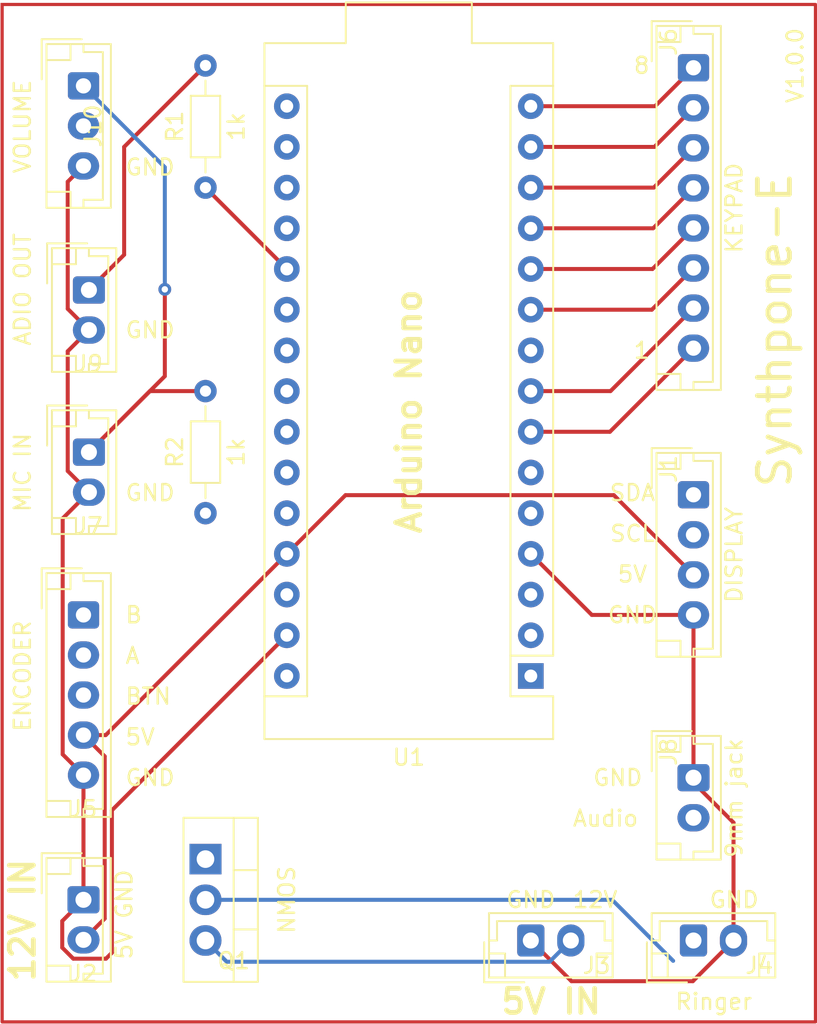
<source format=kicad_pcb>
(kicad_pcb (version 20211014) (generator pcbnew)
  (layers (0 "F.Cu" signal) (31 "B.Cu" signal) (34 "B.Paste" user) (35 "F.Paste" user) (36 "B.SilkS" user "B.Silkscreen") (37 "F.SilkS" user "F.Silkscreen") (38 "B.Mask" user) (39 "F.Mask" user) (44 "Edge.Cuts" user))
  (net 0 "")
  (net 1 "RINGER_OUT")
  (net 2 "DRAIN")
  (net 3 "12V")
  (net 4 "GND")
  (net 5 "DISPLAY_SDA")
  (net 6 "DISPLAY_SCL")
  (net 7 "5V")
  (net 8 "ENCODER_B")
  (net 9 "ENCODER_A")
  (net 10 "ENCODER_BTN")
  (net 11 "MIC_OUT_2")
  (net 12 "AUDIO_OUT")
  (net 13 "keypad_C3_8")
  (net 14 "keypad_R3_7")
  (net 15 "keypad_R4_6")
  (net 16 "keypad_XX_5")
  (net 17 "keypad_C2_4")
  (net 18 "keypad_C1_3")
  (net 19 "keypad_R2_2")
  (net 20 "keypad_R1_1")
  (net 21 "Net-(R1-Pad1)")
  (net 32 "VCC")
  (net 34 "AMP_IN")
  (footprint "Connector_JST:JST_EH_B2B-EH-A_1x02_P2.50mm_Vertical" (layer "F.Cu") (at 109.22 104.14)
    (fp_text reference "J3" (at 4.11 1.56 180) (layer "F.SilkS"))
    (fp_text value "power_in")
    (fp_line (start -2.61 2.31) (end 5.11 2.31) (layer "F.SilkS") (width 0.12))
    (fp_line (start -2.11 -1.21) (end 4.61 -1.21) (layer "F.SilkS") (width 0.12))
    (fp_line (start -2.11 0) (end -2.11 -1.21) (layer "F.SilkS") (width 0.12))
    (fp_line (start 4.61 -1.21) (end 4.61 0) (layer "F.SilkS") (width 0.12))
    (fp_line (start 4.61 0) (end 5.11 0) (layer "F.SilkS") (width 0.12))
    (fp_line (start 5.11 -1.71) (end -2.61 -1.71) (layer "F.SilkS") (width 0.12))
    (fp_line (start -2.91 0.11) (end -2.91 2.61) (layer "F.SilkS") (width 0.12))
    (fp_line (start -1.61 0.81) (end -1.61 2.31) (layer "F.SilkS") (width 0.12))
    (fp_line (start -2.61 -1.71) (end -2.61 2.31) (layer "F.SilkS") (width 0.12))
    (fp_line (start 5.11 0.81) (end 4.11 0.81) (layer "F.SilkS") (width 0.12))
    (fp_line (start 4.11 0.81) (end 4.11 2.31) (layer "F.SilkS") (width 0.12))
    (fp_line (start -2.61 0) (end -2.11 0) (layer "F.SilkS") (width 0.12))
    (fp_line (start -2.61 0.81) (end -1.61 0.81) (layer "F.SilkS") (width 0.12))
    (fp_line (start 5.11 2.31) (end 5.11 -1.71) (layer "F.SilkS") (width 0.12))
    (fp_line (start -2.91 2.61) (end -0.41 2.61) (layer "F.SilkS") (width 0.12))
    (pad "1" thru_hole roundrect (at 0 0) (size 1.7 2) (drill 1) (layers *.Cu *.Mask) (roundrect_rratio 0.147059) (net 4 "GND"))
    (pad "2" thru_hole oval (at 2.5 0) (size 1.7 2) (drill 1) (layers *.Cu *.Mask) (net 3 "12V"))
  )
  (footprint "Connector_JST:JST_EH_B5B-EH-A_1x05_P2.50mm_Vertical" (layer "F.Cu") (at 81.28 83.82 -90)
    (fp_text reference "J5" (at 12.11 0) (layer "F.SilkS"))
    (fp_text value "ENCODER_HEADER")
    (fp_line (start -2.11 0) (end -2.11 -1.21) (layer "F.SilkS") (width 0.12))
    (fp_line (start 12.11 0) (end 12.61 0) (layer "F.SilkS") (width 0.12))
    (fp_line (start -1.61 0.81) (end -1.61 2.31) (layer "F.SilkS") (width 0.12))
    (fp_line (start -2.91 0.11) (end -2.91 2.61) (layer "F.SilkS") (width 0.12))
    (fp_line (start 12.61 2.31) (end 12.61 -1.71) (layer "F.SilkS") (width 0.12))
    (fp_line (start -2.61 0) (end -2.11 0) (layer "F.SilkS") (width 0.12))
    (fp_line (start -2.91 2.61) (end -0.41 2.61) (layer "F.SilkS") (width 0.12))
    (fp_line (start 12.11 -1.21) (end 12.11 0) (layer "F.SilkS") (width 0.12))
    (fp_line (start -2.11 -1.21) (end 12.11 -1.21) (layer "F.SilkS") (width 0.12))
    (fp_line (start 12.61 -1.71) (end -2.61 -1.71) (layer "F.SilkS") (width 0.12))
    (fp_line (start 11.61 0.81) (end 11.61 2.31) (layer "F.SilkS") (width 0.12))
    (fp_line (start 12.61 0.81) (end 11.61 0.81) (layer "F.SilkS") (width 0.12))
    (fp_line (start -2.61 -1.71) (end -2.61 2.31) (layer "F.SilkS") (width 0.12))
    (fp_line (start -2.61 2.31) (end 12.61 2.31) (layer "F.SilkS") (width 0.12))
    (fp_line (start -2.61 0.81) (end -1.61 0.81) (layer "F.SilkS") (width 0.12))
    (pad "1" thru_hole roundrect (at 0 0 270) (size 1.7 1.95) (drill 0.95) (layers *.Cu *.Mask) (roundrect_rratio 0.147059) (net 8 "ENCODER_B"))
    (pad "2" thru_hole oval (at 2.5 0 270) (size 1.7 1.95) (drill 0.95) (layers *.Cu *.Mask) (net 9 "ENCODER_A"))
    (pad "3" thru_hole oval (at 5 0 270) (size 1.7 1.95) (drill 0.95) (layers *.Cu *.Mask) (net 10 "ENCODER_BTN"))
    (pad "4" thru_hole oval (at 7.5 0 270) (size 1.7 1.95) (drill 0.95) (layers *.Cu *.Mask) (net 7 "5V"))
    (pad "5" thru_hole oval (at 10 0 270) (size 1.7 1.95) (drill 0.95) (layers *.Cu *.Mask) (net 4 "GND"))
  )
  (footprint "Connector_JST:JST_EH_B2B-EH-A_1x02_P2.50mm_Vertical" (layer "F.Cu") (at 81.28 101.6 -90)
    (fp_text reference "J2" (at 4.61 0 180) (layer "F.SilkS"))
    (fp_text value "power_in")
    (fp_line (start 5.11 -1.71) (end -2.61 -1.71) (layer "F.SilkS") (width 0.12))
    (fp_line (start 5.11 2.31) (end 5.11 -1.71) (layer "F.SilkS") (width 0.12))
    (fp_line (start -2.11 0) (end -2.11 -1.21) (layer "F.SilkS") (width 0.12))
    (fp_line (start -2.61 0.81) (end -1.61 0.81) (layer "F.SilkS") (width 0.12))
    (fp_line (start -2.11 -1.21) (end 4.61 -1.21) (layer "F.SilkS") (width 0.12))
    (fp_line (start -2.91 0.11) (end -2.91 2.61) (layer "F.SilkS") (width 0.12))
    (fp_line (start -2.61 0) (end -2.11 0) (layer "F.SilkS") (width 0.12))
    (fp_line (start -2.91 2.61) (end -0.41 2.61) (layer "F.SilkS") (width 0.12))
    (fp_line (start -1.61 0.81) (end -1.61 2.31) (layer "F.SilkS") (width 0.12))
    (fp_line (start -2.61 2.31) (end 5.11 2.31) (layer "F.SilkS") (width 0.12))
    (fp_line (start 4.61 -1.21) (end 4.61 0) (layer "F.SilkS") (width 0.12))
    (fp_line (start 4.61 0) (end 5.11 0) (layer "F.SilkS") (width 0.12))
    (fp_line (start 4.11 0.81) (end 4.11 2.31) (layer "F.SilkS") (width 0.12))
    (fp_line (start 5.11 0.81) (end 4.11 0.81) (layer "F.SilkS") (width 0.12))
    (fp_line (start -2.61 -1.71) (end -2.61 2.31) (layer "F.SilkS") (width 0.12))
    (pad "1" thru_hole roundrect (at 0 0 270) (size 1.7 2) (drill 1) (layers *.Cu *.Mask) (roundrect_rratio 0.147059) (net 4 "GND"))
    (pad "2" thru_hole oval (at 2.5 0 270) (size 1.7 2) (drill 1) (layers *.Cu *.Mask) (net 7 "5V"))
  )
  (footprint "Connector_JST:JST_EH_B2B-EH-A_1x02_P2.50mm_Vertical" (layer "F.Cu") (at 81.62 63.54 -90)
    (fp_text reference "J9" (at 4.61 0 180) (layer "F.SilkS"))
    (fp_text value "AUDIO_HEADER")
    (fp_line (start -1.61 0.81) (end -1.61 2.31) (layer "F.SilkS") (width 0.12))
    (fp_line (start -2.11 -1.21) (end 4.61 -1.21) (layer "F.SilkS") (width 0.12))
    (fp_line (start 4.61 0) (end 5.11 0) (layer "F.SilkS") (width 0.12))
    (fp_line (start 4.11 0.81) (end 4.11 2.31) (layer "F.SilkS") (width 0.12))
    (fp_line (start 5.11 2.31) (end 5.11 -1.71) (layer "F.SilkS") (width 0.12))
    (fp_line (start -2.91 0.11) (end -2.91 2.61) (layer "F.SilkS") (width 0.12))
    (fp_line (start -2.61 0) (end -2.11 0) (layer "F.SilkS") (width 0.12))
    (fp_line (start -2.61 -1.71) (end -2.61 2.31) (layer "F.SilkS") (width 0.12))
    (fp_line (start -2.11 0) (end -2.11 -1.21) (layer "F.SilkS") (width 0.12))
    (fp_line (start 5.11 0.81) (end 4.11 0.81) (layer "F.SilkS") (width 0.12))
    (fp_line (start -2.61 2.31) (end 5.11 2.31) (layer "F.SilkS") (width 0.12))
    (fp_line (start 4.61 -1.21) (end 4.61 0) (layer "F.SilkS") (width 0.12))
    (fp_line (start -2.61 0.81) (end -1.61 0.81) (layer "F.SilkS") (width 0.12))
    (fp_line (start -2.91 2.61) (end -0.41 2.61) (layer "F.SilkS") (width 0.12))
    (fp_line (start 5.11 -1.71) (end -2.61 -1.71) (layer "F.SilkS") (width 0.12))
    (pad "1" thru_hole roundrect (at 0 0 270) (size 1.7 2) (drill 1) (layers *.Cu *.Mask) (roundrect_rratio 0.147059) (net 12 "AUDIO_OUT"))
    (pad "2" thru_hole oval (at 2.5 0 270) (size 1.7 2) (drill 1) (layers *.Cu *.Mask) (net 4 "GND"))
  )
  (footprint "Resistor_THT:R_Axial_DIN0204_L3.6mm_D1.6mm_P7.62mm_Horizontal" (layer "F.Cu") (at 88.9 77.47 90)
    (fp_text reference "R2" (at 3.81 -1.92 90) (layer "F.SilkS"))
    (fp_text value "1k" (at 3.81 1.92 90) (layer "F.SilkS"))
    (fp_line (start 5.73 -0.92) (end 1.89 -0.92) (layer "F.SilkS") (width 0.12))
    (fp_line (start 0.94 0) (end 1.89 0) (layer "F.SilkS") (width 0.12))
    (fp_line (start 1.89 -0.92) (end 1.89 0.92) (layer "F.SilkS") (width 0.12))
    (fp_line (start 1.89 0.92) (end 5.73 0.92) (layer "F.SilkS") (width 0.12))
    (fp_line (start 6.68 0) (end 5.73 0) (layer "F.SilkS") (width 0.12))
    (fp_line (start 5.73 0.92) (end 5.73 -0.92) (layer "F.SilkS") (width 0.12))
    (pad "1" thru_hole circle (at 0 0 90) (size 1.4 1.4) (drill 0.7) (layers *.Cu *.Mask) (net 12 "AUDIO_OUT"))
    (pad "2" thru_hole oval (at 7.62 0 90) (size 1.4 1.4) (drill 0.7) (layers *.Cu *.Mask) (net 11 "MIC_OUT_2"))
  )
  (footprint "Connector_JST:JST_EH_B8B-EH-A_1x08_P2.50mm_Vertical" (layer "F.Cu") (at 119.38 49.67 -90)
    (fp_text reference "J6" (at -1.61 1.56 90) (layer "F.SilkS"))
    (fp_text value "KEYPAD_HEADER")
    (fp_line (start 19.61 0) (end 20.11 0) (layer "F.SilkS") (width 0.12))
    (fp_line (start -2.11 0) (end -2.11 -1.21) (layer "F.SilkS") (width 0.12))
    (fp_line (start -2.61 -1.71) (end -2.61 2.31) (layer "F.SilkS") (width 0.12))
    (fp_line (start -2.11 -1.21) (end 19.61 -1.21) (layer "F.SilkS") (width 0.12))
    (fp_line (start 19.61 -1.21) (end 19.61 0) (layer "F.SilkS") (width 0.12))
    (fp_line (start -2.61 0) (end -2.11 0) (layer "F.SilkS") (width 0.12))
    (fp_line (start 19.11 0.81) (end 19.11 2.31) (layer "F.SilkS") (width 0.12))
    (fp_line (start -2.61 2.31) (end 20.11 2.31) (layer "F.SilkS") (width 0.12))
    (fp_line (start -2.91 0.11) (end -2.91 2.61) (layer "F.SilkS") (width 0.12))
    (fp_line (start -2.61 0.81) (end -1.61 0.81) (layer "F.SilkS") (width 0.12))
    (fp_line (start 20.11 0.81) (end 19.11 0.81) (layer "F.SilkS") (width 0.12))
    (fp_line (start 20.11 -1.71) (end -2.61 -1.71) (layer "F.SilkS") (width 0.12))
    (fp_line (start 20.11 2.31) (end 20.11 -1.71) (layer "F.SilkS") (width 0.12))
    (fp_line (start -1.61 0.81) (end -1.61 2.31) (layer "F.SilkS") (width 0.12))
    (fp_line (start -2.91 2.61) (end -0.41 2.61) (layer "F.SilkS") (width 0.12))
    (pad "1" thru_hole roundrect (at 0 0 270) (size 1.7 1.95) (drill 0.95) (layers *.Cu *.Mask) (roundrect_rratio 0.147059) (net 13 "keypad_C3_8"))
    (pad "2" thru_hole oval (at 2.5 0 270) (size 1.7 1.95) (drill 0.95) (layers *.Cu *.Mask) (net 14 "keypad_R3_7"))
    (pad "3" thru_hole oval (at 5 0 270) (size 1.7 1.95) (drill 0.95) (layers *.Cu *.Mask) (net 15 "keypad_R4_6"))
    (pad "4" thru_hole oval (at 7.5 0 270) (size 1.7 1.95) (drill 0.95) (layers *.Cu *.Mask) (net 16 "keypad_XX_5"))
    (pad "5" thru_hole oval (at 10 0 270) (size 1.7 1.95) (drill 0.95) (layers *.Cu *.Mask) (net 17 "keypad_C2_4"))
    (pad "6" thru_hole oval (at 12.5 0 270) (size 1.7 1.95) (drill 0.95) (layers *.Cu *.Mask) (net 18 "keypad_C1_3"))
    (pad "7" thru_hole oval (at 15 0 270) (size 1.7 1.95) (drill 0.95) (layers *.Cu *.Mask) (net 19 "keypad_R2_2"))
    (pad "8" thru_hole oval (at 17.5 0 270) (size 1.7 1.95) (drill 0.95) (layers *.Cu *.Mask) (net 20 "keypad_R1_1"))
  )
  (footprint "Connector_JST:JST_EH_B2B-EH-A_1x02_P2.50mm_Vertical" (layer "F.Cu") (at 119.38 104.14)
    (fp_text reference "J4" (at 4.11 1.56) (layer "F.SilkS"))
    (fp_text value "RINGER_HEADER")
    (fp_line (start -2.61 2.31) (end 5.11 2.31) (layer "F.SilkS") (width 0.12))
    (fp_line (start -2.91 0.11) (end -2.91 2.61) (layer "F.SilkS") (width 0.12))
    (fp_line (start -2.91 2.61) (end -0.41 2.61) (layer "F.SilkS") (width 0.12))
    (fp_line (start 4.11 0.81) (end 4.11 2.31) (layer "F.SilkS") (width 0.12))
    (fp_line (start -2.61 0) (end -2.11 0) (layer "F.SilkS") (width 0.12))
    (fp_line (start 5.11 0.81) (end 4.11 0.81) (layer "F.SilkS") (width 0.12))
    (fp_line (start 5.11 -1.71) (end -2.61 -1.71) (layer "F.SilkS") (width 0.12))
    (fp_line (start -1.61 0.81) (end -1.61 2.31) (layer "F.SilkS") (width 0.12))
    (fp_line (start -2.61 0.81) (end -1.61 0.81) (layer "F.SilkS") (width 0.12))
    (fp_line (start -2.61 -1.71) (end -2.61 2.31) (layer "F.SilkS") (width 0.12))
    (fp_line (start -2.11 0) (end -2.11 -1.21) (layer "F.SilkS") (width 0.12))
    (fp_line (start 4.61 0) (end 5.11 0) (layer "F.SilkS") (width 0.12))
    (fp_line (start 5.11 2.31) (end 5.11 -1.71) (layer "F.SilkS") (width 0.12))
    (fp_line (start -2.11 -1.21) (end 4.61 -1.21) (layer "F.SilkS") (width 0.12))
    (fp_line (start 4.61 -1.21) (end 4.61 0) (layer "F.SilkS") (width 0.12))
    (pad "1" thru_hole roundrect (at 0 0) (size 1.7 2) (drill 1) (layers *.Cu *.Mask) (roundrect_rratio 0.147059) (net 2 "DRAIN"))
    (pad "2" thru_hole oval (at 2.5 0) (size 1.7 2) (drill 1) (layers *.Cu *.Mask) (net 4 "GND"))
  )
  (footprint "Connector_JST:JST_EH_B3B-EH-A_1x03_P2.50mm_Vertical" (layer "F.Cu") (at 81.28 50.8 -90)
    (fp_text reference "J10" (at 2.5 -0.6 90) (layer "F.SilkS"))
    (fp_text value "Potentiometer")
    (fp_line (start 7.61 -1.71) (end -2.61 -1.71) (layer "F.SilkS") (width 0.12))
    (fp_line (start 7.11 -1.21) (end 7.11 0) (layer "F.SilkS") (width 0.12))
    (fp_line (start 7.61 2.31) (end 7.61 -1.71) (layer "F.SilkS") (width 0.12))
    (fp_line (start -2.91 2.61) (end -0.41 2.61) (layer "F.SilkS") (width 0.12))
    (fp_line (start 7.11 0) (end 7.61 0) (layer "F.SilkS") (width 0.12))
    (fp_line (start -2.61 -1.71) (end -2.61 2.31) (layer "F.SilkS") (width 0.12))
    (fp_line (start -2.91 0.11) (end -2.91 2.61) (layer "F.SilkS") (width 0.12))
    (fp_line (start -1.61 0.81) (end -1.61 2.31) (layer "F.SilkS") (width 0.12))
    (fp_line (start 7.61 0.81) (end 6.61 0.81) (layer "F.SilkS") (width 0.12))
    (fp_line (start -2.61 2.31) (end 7.61 2.31) (layer "F.SilkS") (width 0.12))
    (fp_line (start -2.61 0) (end -2.11 0) (layer "F.SilkS") (width 0.12))
    (fp_line (start -2.11 0) (end -2.11 -1.21) (layer "F.SilkS") (width 0.12))
    (fp_line (start -2.61 0.81) (end -1.61 0.81) (layer "F.SilkS") (width 0.12))
    (fp_line (start 6.61 0.81) (end 6.61 2.31) (layer "F.SilkS") (width 0.12))
    (fp_line (start -2.11 -1.21) (end 7.11 -1.21) (layer "F.SilkS") (width 0.12))
    (pad "1" thru_hole roundrect (at 0 0 270) (size 1.7 1.95) (drill 0.95) (layers *.Cu *.Mask) (roundrect_rratio 0.147059) (net 11 "MIC_OUT_2"))
    (pad "2" thru_hole oval (at 2.5 0 270) (size 1.7 1.95) (drill 0.95) (layers *.Cu *.Mask) (net 34 "AMP_IN"))
    (pad "3" thru_hole oval (at 5 0 270) (size 1.7 1.95) (drill 0.95) (layers *.Cu *.Mask) (net 4 "GND"))
  )
  (footprint "Connector_JST:JST_EH_B2B-EH-A_1x02_P2.50mm_Vertical" (layer "F.Cu") (at 119.38 93.98 -90)
    (fp_text reference "J8" (at -1.61 1.56 90) (layer "F.SilkS"))
    (fp_text value "9MM_HEADER")
    (fp_line (start -1.61 0.81) (end -1.61 2.31) (layer "F.SilkS") (width 0.12))
    (fp_line (start -2.91 0.11) (end -2.91 2.61) (layer "F.SilkS") (width 0.12))
    (fp_line (start 5.11 0.81) (end 4.11 0.81) (layer "F.SilkS") (width 0.12))
    (fp_line (start -2.61 0) (end -2.11 0) (layer "F.SilkS") (width 0.12))
    (fp_line (start -2.61 -1.71) (end -2.61 2.31) (layer "F.SilkS") (width 0.12))
    (fp_line (start 5.11 -1.71) (end -2.61 -1.71) (layer "F.SilkS") (width 0.12))
    (fp_line (start -2.61 2.31) (end 5.11 2.31) (layer "F.SilkS") (width 0.12))
    (fp_line (start 4.61 -1.21) (end 4.61 0) (layer "F.SilkS") (width 0.12))
    (fp_line (start -2.91 2.61) (end -0.41 2.61) (layer "F.SilkS") (width 0.12))
    (fp_line (start -2.11 -1.21) (end 4.61 -1.21) (layer "F.SilkS") (width 0.12))
    (fp_line (start 4.61 0) (end 5.11 0) (layer "F.SilkS") (width 0.12))
    (fp_line (start -2.11 0) (end -2.11 -1.21) (layer "F.SilkS") (width 0.12))
    (fp_line (start 4.11 0.81) (end 4.11 2.31) (layer "F.SilkS") (width 0.12))
    (fp_line (start 5.11 2.31) (end 5.11 -1.71) (layer "F.SilkS") (width 0.12))
    (fp_line (start -2.61 0.81) (end -1.61 0.81) (layer "F.SilkS") (width 0.12))
    (pad "1" thru_hole roundrect (at 0 0 270) (size 1.7 2) (drill 1) (layers *.Cu *.Mask) (roundrect_rratio 0.147059) (net 4 "GND"))
    (pad "2" thru_hole oval (at 2.5 0 270) (size 1.7 2) (drill 1) (layers *.Cu *.Mask) (net 12 "AUDIO_OUT"))
  )
  (footprint "Connector_JST:JST_EH_B2B-EH-A_1x02_P2.50mm_Vertical" (layer "F.Cu") (at 81.62 73.66 -90)
    (fp_text reference "J7" (at 4.61 0 180) (layer "F.SilkS"))
    (fp_text value "MIC_HEADER")
    (fp_line (start 4.61 -1.21) (end 4.61 0) (layer "F.SilkS") (width 0.12))
    (fp_line (start 4.11 0.81) (end 4.11 2.31) (layer "F.SilkS") (width 0.12))
    (fp_line (start -2.61 2.31) (end 5.11 2.31) (layer "F.SilkS") (width 0.12))
    (fp_line (start 5.11 0.81) (end 4.11 0.81) (layer "F.SilkS") (width 0.12))
    (fp_line (start -2.61 0) (end -2.11 0) (layer "F.SilkS") (width 0.12))
    (fp_line (start -1.61 0.81) (end -1.61 2.31) (layer "F.SilkS") (width 0.12))
    (fp_line (start -2.11 -1.21) (end 4.61 -1.21) (layer "F.SilkS") (width 0.12))
    (fp_line (start -2.91 0.11) (end -2.91 2.61) (layer "F.SilkS") (width 0.12))
    (fp_line (start 4.61 0) (end 5.11 0) (layer "F.SilkS") (width 0.12))
    (fp_line (start 5.11 2.31) (end 5.11 -1.71) (layer "F.SilkS") (width 0.12))
    (fp_line (start -2.61 -1.71) (end -2.61 2.31) (layer "F.SilkS") (width 0.12))
    (fp_line (start -2.91 2.61) (end -0.41 2.61) (layer "F.SilkS") (width 0.12))
    (fp_line (start 5.11 -1.71) (end -2.61 -1.71) (layer "F.SilkS") (width 0.12))
    (fp_line (start -2.61 0.81) (end -1.61 0.81) (layer "F.SilkS") (width 0.12))
    (fp_line (start -2.11 0) (end -2.11 -1.21) (layer "F.SilkS") (width 0.12))
    (pad "1" thru_hole roundrect (at 0 0 270) (size 1.7 2) (drill 1) (layers *.Cu *.Mask) (roundrect_rratio 0.147059) (net 11 "MIC_OUT_2"))
    (pad "2" thru_hole oval (at 2.5 0 270) (size 1.7 2) (drill 1) (layers *.Cu *.Mask) (net 4 "GND"))
  )
  (footprint "Package_TO_SOT_THT:TO-220-3_Vertical" (layer "F.Cu") (at 88.9 99.06 -90)
    (fp_text reference "Q1" (at 6.35 -1.76 180) (layer "F.SilkS"))
    (fp_text value "IRLB8721PBF")
    (fp_line (start -2.58 1.371) (end 7.66 1.371) (layer "F.SilkS") (width 0.12))
    (fp_line (start -2.58 -3.27) (end 7.66 -3.27) (layer "F.SilkS") (width 0.12))
    (fp_line (start -2.58 -3.27) (end -2.58 1.371) (layer "F.SilkS") (width 0.12))
    (fp_line (start 4.391 -3.27) (end 4.391 -1.76) (layer "F.SilkS") (width 0.12))
    (fp_line (start -2.58 -1.76) (end 7.66 -1.76) (layer "F.SilkS") (width 0.12))
    (fp_line (start 0.69 -3.27) (end 0.69 -1.76) (layer "F.SilkS") (width 0.12))
    (fp_line (start 7.66 -3.27) (end 7.66 1.371) (layer "F.SilkS") (width 0.12))
    (pad "1" thru_hole rect (at 0 0 270) (size 1.905 2) (drill 1.1) (layers *.Cu *.Mask) (net 1 "RINGER_OUT"))
    (pad "2" thru_hole oval (at 2.54 0 270) (size 1.905 2) (drill 1.1) (layers *.Cu *.Mask) (net 2 "DRAIN"))
    (pad "3" thru_hole oval (at 5.08 0 270) (size 1.905 2) (drill 1.1) (layers *.Cu *.Mask) (net 3 "12V"))
  )
  (footprint "Resistor_THT:R_Axial_DIN0204_L3.6mm_D1.6mm_P7.62mm_Horizontal" (layer "F.Cu") (at 88.9 57.15 90)
    (fp_text reference "R1" (at 3.81 -1.92 90) (layer "F.SilkS"))
    (fp_text value "1k" (at 3.81 1.92 90) (layer "F.SilkS"))
    (fp_line (start 5.73 0.92) (end 5.73 -0.92) (layer "F.SilkS") (width 0.12))
    (fp_line (start 1.89 -0.92) (end 1.89 0.92) (layer "F.SilkS") (width 0.12))
    (fp_line (start 1.89 0.92) (end 5.73 0.92) (layer "F.SilkS") (width 0.12))
    (fp_line (start 5.73 -0.92) (end 1.89 -0.92) (layer "F.SilkS") (width 0.12))
    (fp_line (start 6.68 0) (end 5.73 0) (layer "F.SilkS") (width 0.12))
    (fp_line (start 0.94 0) (end 1.89 0) (layer "F.SilkS") (width 0.12))
    (pad "1" thru_hole circle (at 0 0 90) (size 1.4 1.4) (drill 0.7) (layers *.Cu *.Mask) (net 21 "Net-(R1-Pad1)"))
    (pad "2" thru_hole oval (at 7.62 0 90) (size 1.4 1.4) (drill 0.7) (layers *.Cu *.Mask) (net 12 "AUDIO_OUT"))
  )
  (footprint "Connector_JST:JST_EH_B4B-EH-A_1x04_P2.50mm_Vertical" (layer "F.Cu") (at 119.38 76.32 -90)
    (fp_text reference "J1" (at -1.61 1.56 90) (layer "F.SilkS"))
    (fp_text value "display_headers")
    (fp_line (start -2.61 2.31) (end 10.11 2.31) (layer "F.SilkS") (width 0.12))
    (fp_line (start 10.11 0.81) (end 9.11 0.81) (layer "F.SilkS") (width 0.12))
    (fp_line (start -2.11 -1.21) (end 9.61 -1.21) (layer "F.SilkS") (width 0.12))
    (fp_line (start -2.91 0.11) (end -2.91 2.61) (layer "F.SilkS") (width 0.12))
    (fp_line (start 9.11 0.81) (end 9.11 2.31) (layer "F.SilkS") (width 0.12))
    (fp_line (start 10.11 2.31) (end 10.11 -1.71) (layer "F.SilkS") (width 0.12))
    (fp_line (start -2.91 2.61) (end -0.41 2.61) (layer "F.SilkS") (width 0.12))
    (fp_line (start -2.61 -1.71) (end -2.61 2.31) (layer "F.SilkS") (width 0.12))
    (fp_line (start -2.61 0) (end -2.11 0) (layer "F.SilkS") (width 0.12))
    (fp_line (start 9.61 -1.21) (end 9.61 0) (layer "F.SilkS") (width 0.12))
    (fp_line (start -1.61 0.81) (end -1.61 2.31) (layer "F.SilkS") (width 0.12))
    (fp_line (start -2.11 0) (end -2.11 -1.21) (layer "F.SilkS") (width 0.12))
    (fp_line (start 10.11 -1.71) (end -2.61 -1.71) (layer "F.SilkS") (width 0.12))
    (fp_line (start -2.61 0.81) (end -1.61 0.81) (layer "F.SilkS") (width 0.12))
    (fp_line (start 9.61 0) (end 10.11 0) (layer "F.SilkS") (width 0.12))
    (pad "1" thru_hole roundrect (at 0 0 270) (size 1.7 1.95) (drill 0.95) (layers *.Cu *.Mask) (roundrect_rratio 0.147059) (net 5 "DISPLAY_SDA"))
    (pad "2" thru_hole oval (at 2.5 0 270) (size 1.7 1.95) (drill 0.95) (layers *.Cu *.Mask) (net 6 "DISPLAY_SCL"))
    (pad "3" thru_hole oval (at 5 0 270) (size 1.7 1.95) (drill 0.95) (layers *.Cu *.Mask) (net 7 "5V"))
    (pad "4" thru_hole oval (at 7.5 0 270) (size 1.7 1.95) (drill 0.95) (layers *.Cu *.Mask) (net 4 "GND"))
  )
  (footprint "Arduino:Arduino_Nano" (layer "F.Cu") (at 109.22 87.63 180)
    (fp_text reference "U1" (at 7.62 -5.08) (layer "F.SilkS"))
    (fp_text value "Arduino_Nano")
    (fp_line (start 13.97 -1.27) (end 16.64 -1.27) (layer "F.SilkS") (width 0.12))
    (fp_line (start 1.27 36.83) (end -1.4 36.83) (layer "F.SilkS") (width 0.12))
    (fp_line (start 3.683 42.037) (end 3.683 39.497) (layer "F.SilkS") (width 0.12))
    (fp_line (start -1.397 -3.937) (end -1.397 -1.27) (layer "F.SilkS") (width 0.12))
    (fp_line (start 11.557 39.497) (end 16.637 39.497) (layer "F.SilkS") (width 0.12))
    (fp_line (start 1.27 1.27) (end 1.27 36.83) (layer "F.SilkS") (width 0.12))
    (fp_line (start 13.97 -1.27) (end 13.97 36.83) (layer "F.SilkS") (width 0.12))
    (fp_line (start 1.27 1.27) (end -1.397 1.27) (layer "F.SilkS") (width 0.12))
    (fp_line (start 1.27 -1.27) (end -1.397 -1.27) (layer "F.SilkS") (width 0.12))
    (fp_line (start 16.637 -3.937) (end -1.397 -3.937) (layer "F.SilkS") (width 0.12))
    (fp_line (start 11.557 42.037) (end 11.557 39.497) (layer "F.SilkS") (width 0.12))
    (fp_line (start -1.397 1.27) (end -1.397 39.497) (layer "F.SilkS") (width 0.12))
    (fp_line (start 3.683 42.037) (end 11.557 42.037) (layer "F.SilkS") (width 0.12))
    (fp_line (start 16.637 39.497) (end 16.637 -3.937) (layer "F.SilkS") (width 0.12))
    (fp_line (start 1.27 1.27) (end 1.27 -1.27) (layer "F.SilkS") (width 0.12))
    (fp_line (start -1.397 39.497) (end 3.683 39.497) (layer "F.SilkS") (width 0.12))
    (fp_line (start 13.97 36.83) (end 16.64 36.83) (layer "F.SilkS") (width 0.12))
    (pad "1" thru_hole rect locked (at 0 0 180) (size 1.6 1.6) (drill 0.8) (layers *.Cu *.Mask))
    (pad "2" thru_hole oval locked (at 0 2.54 180) (size 1.6 1.6) (drill 0.8) (layers *.Cu *.Mask))
    (pad "3" thru_hole oval locked (at 0 5.08 180) (size 1.6 1.6) (drill 0.8) (layers *.Cu *.Mask))
    (pad "4" thru_hole oval locked (at 0 7.62 180) (size 1.6 1.6) (drill 0.8) (layers *.Cu *.Mask) (net 4 "GND"))
    (pad "5" thru_hole oval locked (at 0 10.16 180) (size 1.6 1.6) (drill 0.8) (layers *.Cu *.Mask) (net 9 "ENCODER_A"))
    (pad "6" thru_hole oval locked (at 0 12.7 180) (size 1.6 1.6) (drill 0.8) (layers *.Cu *.Mask) (net 8 "ENCODER_B"))
    (pad "7" thru_hole oval locked (at 0 15.24 180) (size 1.6 1.6) (drill 0.8) (layers *.Cu *.Mask) (net 20 "keypad_R1_1"))
    (pad "8" thru_hole oval locked (at 0 17.78 180) (size 1.6 1.6) (drill 0.8) (layers *.Cu *.Mask) (net 19 "keypad_R2_2"))
    (pad "9" thru_hole oval locked (at 0 20.32 180) (size 1.6 1.6) (drill 0.8) (layers *.Cu *.Mask) (net 1 "RINGER_OUT"))
    (pad "10" thru_hole oval locked (at 0 22.86 180) (size 1.6 1.6) (drill 0.8) (layers *.Cu *.Mask) (net 18 "keypad_C1_3"))
    (pad "11" thru_hole oval locked (at 0 25.4 180) (size 1.6 1.6) (drill 0.8) (layers *.Cu *.Mask) (net 17 "keypad_C2_4"))
    (pad "12" thru_hole oval locked (at 0 27.94 180) (size 1.6 1.6) (drill 0.8) (layers *.Cu *.Mask) (net 16 "keypad_XX_5"))
    (pad "13" thru_hole oval locked (at 0 30.48 180) (size 1.6 1.6) (drill 0.8) (layers *.Cu *.Mask) (net 15 "keypad_R4_6"))
    (pad "14" thru_hole oval locked (at 0 33.02 180) (size 1.6 1.6) (drill 0.8) (layers *.Cu *.Mask) (net 14 "keypad_R3_7"))
    (pad "15" thru_hole oval locked (at 0 35.56 180) (size 1.6 1.6) (drill 0.8) (layers *.Cu *.Mask) (net 13 "keypad_C3_8"))
    (pad "16" thru_hole oval locked (at 15.24 35.56 180) (size 1.6 1.6) (drill 0.8) (layers *.Cu *.Mask))
    (pad "17" thru_hole oval locked (at 15.24 33.02 180) (size 1.6 1.6) (drill 0.8) (layers *.Cu *.Mask))
    (pad "18" thru_hole oval locked (at 15.24 30.48 180) (size 1.6 1.6) (drill 0.8) (layers *.Cu *.Mask))
    (pad "19" thru_hole oval locked (at 15.24 27.94 180) (size 1.6 1.6) (drill 0.8) (layers *.Cu *.Mask))
    (pad "20" thru_hole oval locked (at 15.24 25.4 180) (size 1.6 1.6) (drill 0.8) (layers *.Cu *.Mask) (net 21 "Net-(R1-Pad1)"))
    (pad "21" thru_hole oval locked (at 15.24 22.86 180) (size 1.6 1.6) (drill 0.8) (layers *.Cu *.Mask))
    (pad "22" thru_hole oval locked (at 15.24 20.32 180) (size 1.6 1.6) (drill 0.8) (layers *.Cu *.Mask) (net 10 "ENCODER_BTN"))
    (pad "23" thru_hole oval locked (at 15.24 17.78 180) (size 1.6 1.6) (drill 0.8) (layers *.Cu *.Mask) (net 5 "DISPLAY_SDA"))
    (pad "24" thru_hole oval locked (at 15.24 15.24 180) (size 1.6 1.6) (drill 0.8) (layers *.Cu *.Mask) (net 6 "DISPLAY_SCL"))
    (pad "25" thru_hole oval locked (at 15.24 12.7 180) (size 1.6 1.6) (drill 0.8) (layers *.Cu *.Mask))
    (pad "26" thru_hole oval locked (at 15.24 10.16 180) (size 1.6 1.6) (drill 0.8) (layers *.Cu *.Mask))
    (pad "27" thru_hole oval locked (at 15.24 7.62 180) (size 1.6 1.6) (drill 0.8) (layers *.Cu *.Mask) (net 7 "5V"))
    (pad "28" thru_hole oval locked (at 15.24 5.08 180) (size 1.6 1.6) (drill 0.8) (layers *.Cu *.Mask))
    (pad "29" thru_hole oval locked (at 15.24 2.54 180) (size 1.6 1.6) (drill 0.8) (layers *.Cu *.Mask) (net 4 "GND"))
    (pad "30" thru_hole oval locked (at 15.24 0 180) (size 1.6 1.6) (drill 0.8) (layers *.Cu *.Mask) (net 32 "VCC"))
  )
  (gr_rect (start 76.2 45.72) (end 127 109.22) (layer "F.Cu") (width 0.2) (fill none))
  (gr_text "GND\n" (at 83.82 93.98) (layer "F.SilkS") (effects (font (size 1 1)) (justify left)))
  (gr_text "GND\n" (at 83.82 102.87 90) (layer "F.SilkS") (effects (font (size 1 1)) (justify left)))
  (gr_text "KEYPAD\n" (at 121.92 58.42 90) (layer "F.SilkS") (effects (font (size 1 1))))
  (gr_text "VOLUME" (at 77.47 53.34 90) (layer "F.SilkS") (effects (font (size 1 1))))
  (gr_text "BTN\n" (at 83.82 88.9) (layer "F.SilkS") (effects (font (size 1 1)) (justify left)))
  (gr_text "9mm jack\n" (at 121.92 95.25 90) (layer "F.SilkS") (effects (font (size 1 1))))
  (gr_text "GND\n" (at 83.82 66.04) (layer "F.SilkS") (effects (font (size 1 1)) (justify left)))
  (gr_text "NMOS" (at 93.98 101.6 90) (layer "F.SilkS") (effects (font (size 1 1))))
  (gr_text "12V IN" (at 77.47 102.87 90) (layer "F.SilkS") (effects (font (size 1.5 1.5) (thickness 0.3))))
  (gr_text "1" (at 115.57 67.31) (layer "F.SilkS") (effects (font (size 1 1)) (justify left)))
  (gr_text "V1.0.0" (at 125.73 49.53 90) (layer "F.SilkS") (effects (font (size 1 1))))
  (gr_text "Arduino Nano" (at 101.6 71.12 90) (layer "F.SilkS") (effects (font (size 1.5 1.5) (thickness 0.3))))
  (gr_text "5V IN" (at 110.49 107.95) (layer "F.SilkS") (effects (font (size 1.5 1.5) (thickness 0.3))))
  (gr_text "MIC IN\n" (at 77.47 74.93 90) (layer "F.SilkS") (effects (font (size 1 1))))
  (gr_text "GND\n" (at 83.82 55.88) (layer "F.SilkS") (effects (font (size 1 1)) (justify left)))
  (gr_text "SCL\n" (at 115.57 78.74) (layer "F.SilkS") (effects (font (size 1 1))))
  (gr_text "Synthpone-E" (at 124.46 66.04 90) (layer "F.SilkS") (effects (font (size 2 2) (thickness 0.3))))
  (gr_text "12V" (at 111.76 101.6) (layer "F.SilkS") (effects (font (size 1 1)) (justify left)))
  (gr_text "5V\n" (at 115.57 81.28) (layer "F.SilkS") (effects (font (size 1 1))))
  (gr_text "GND\n" (at 115.57 83.82) (layer "F.SilkS") (effects (font (size 1 1))))
  (gr_text "ENCODER\n" (at 77.47 87.63 90) (layer "F.SilkS") (effects (font (size 1 1))))
  (gr_text "B\n" (at 83.82 83.82) (layer "F.SilkS") (effects (font (size 1 1)) (justify left)))
  (gr_text "GND\n" (at 121.92 101.6) (layer "F.SilkS") (effects (font (size 1 1))))
  (gr_text "5V\n" (at 83.82 105.41 90) (layer "F.SilkS") (effects (font (size 1 1)) (justify left)))
  (gr_text "DISPLAY\n" (at 121.92 80.07 90) (layer "F.SilkS") (effects (font (size 1 1))))
  (gr_text "GND\n" (at 113.03 93.98) (layer "F.SilkS") (effects (font (size 1 1)) (justify left)))
  (gr_text "A\n" (at 83.82 86.36) (layer "F.SilkS") (effects (font (size 1 1)) (justify left)))
  (gr_text "GND\n" (at 109.22 101.6) (layer "F.SilkS") (effects (font (size 1 1))))
  (gr_text "Audio\n" (at 111.76 96.52) (layer "F.SilkS") (effects (font (size 1 1)) (justify left)))
  (gr_text "GND\n" (at 83.82 76.2) (layer "F.SilkS") (effects (font (size 1 1)) (justify left)))
  (gr_text "Ringer" (at 120.65 107.95) (layer "F.SilkS") (effects (font (size 1 1))))
  (gr_text "SDA\n" (at 115.57 76.2) (layer "F.SilkS") (effects (font (size 1 1))))
  (gr_text "5V\n" (at 83.82 91.44) (layer "F.SilkS") (effects (font (size 1 1)) (justify left)))
  (gr_text "ADIO OUT\n" (at 77.47 63.5 90) (layer "F.SilkS") (effects (font (size 1 1))))
  (gr_text "8" (at 115.57 49.53) (layer "F.SilkS") (effects (font (size 1 1)) (justify left)))
  (segment (start 114.3 101.6) (end 118.11 105.41) (width 0.25) (layer "B.Cu") (net 2))
  (segment (start 88.9 101.6) (end 114.3 101.6) (width 0.25) (layer "B.Cu") (net 2))
  (segment (start 88.9 104.14) (end 90.225 105.465) (width 0.25) (layer "B.Cu") (net 3))
  (segment (start 110.395 105.465) (end 111.72 104.14) (width 0.25) (layer "B.Cu") (net 3))
  (segment (start 90.225 105.465) (end 110.395 105.465) (width 0.25) (layer "B.Cu") (net 3))
  (segment (start 121.88 104.14) (end 121.88 96.78) (width 0.25) (layer "F.Cu") (net 4))
  (segment (start 81.62 66.04) (end 80.295 64.715) (width 0.25) (layer "F.Cu") (net 4))
  (segment (start 83.055 104.905) (end 82.685 105.275) (width 0.25) (layer "F.Cu") (net 4))
  (segment (start 93.98 85.09) (end 83.055 96.015) (width 0.25) (layer "F.Cu") (net 4))
  (segment (start 80.295 56.785) (end 81.28 55.8) (width 0.25) (layer "F.Cu") (net 4))
  (segment (start 80.295 64.715) (end 80.295 56.785) (width 0.25) (layer "F.Cu") (net 4))
  (segment (start 81.62 76.16) (end 80.295 74.835) (width 0.25) (layer "F.Cu") (net 4))
  (segment (start 79.955 104.586701) (end 79.955 102.925) (width 0.25) (layer "F.Cu") (net 4))
  (segment (start 81.28 101.6) (end 81.28 93.82) (width 0.25) (layer "F.Cu") (net 4))
  (segment (start 111.76 106.68) (end 119.34 106.68) (width 0.25) (layer "F.Cu") (net 4))
  (segment (start 81.28 93.82) (end 79.98 92.52) (width 0.25) (layer "F.Cu") (net 4))
  (segment (start 80.295 67.365) (end 81.62 66.04) (width 0.25) (layer "F.Cu") (net 4))
  (segment (start 119.08 93.98) (end 119.38 93.68) (width 0.25) (layer "F.Cu") (net 4))
  (segment (start 80.643299 105.275) (end 79.955 104.586701) (width 0.25) (layer "F.Cu") (net 4))
  (segment (start 79.98 77.8) (end 81.62 76.16) (width 0.25) (layer "F.Cu") (net 4))
  (segment (start 119.38 83.82) (end 113.03 83.82) (width 0.25) (layer "F.Cu") (net 4))
  (segment (start 79.98 92.52) (end 79.98 77.8) (width 0.25) (layer "F.Cu") (net 4))
  (segment (start 113.03 83.82) (end 109.22 80.01) (width 0.25) (layer "F.Cu") (net 4))
  (segment (start 83.055 96.015) (end 83.055 104.905) (width 0.25) (layer "F.Cu") (net 4))
  (segment (start 109.22 104.14) (end 111.76 106.68) (width 0.25) (layer "F.Cu") (net 4))
  (segment (start 80.295 74.835) (end 80.295 67.365) (width 0.25) (layer "F.Cu") (net 4))
  (segment (start 121.88 96.78) (end 119.08 93.98) (width 0.25) (layer "F.Cu") (net 4))
  (segment (start 119.34 106.68) (end 121.88 104.14) (width 0.25) (layer "F.Cu") (net 4))
  (segment (start 79.955 102.925) (end 81.28 101.6) (width 0.25) (layer "F.Cu") (net 4))
  (segment (start 119.38 93.68) (end 119.38 83.82) (width 0.25) (layer "F.Cu") (net 4))
  (segment (start 82.685 105.275) (end 80.643299 105.275) (width 0.25) (layer "F.Cu") (net 4))
  (segment (start 82.605 102.775) (end 82.605 92.645) (width 0.25) (layer "F.Cu") (net 7))
  (segment (start 82.67 91.32) (end 93.98 80.01) (width 0.25) (layer "F.Cu") (net 7))
  (segment (start 81.28 91.32) (end 82.67 91.32) (width 0.25) (layer "F.Cu") (net 7))
  (segment (start 97.645 76.345) (end 93.98 80.01) (width 0.25) (layer "F.Cu") (net 7))
  (segment (start 81.28 104.1) (end 82.605 102.775) (width 0.25) (layer "F.Cu") (net 7))
  (segment (start 82.605 92.645) (end 81.28 91.32) (width 0.25) (layer "F.Cu") (net 7))
  (segment (start 114.405 76.345) (end 97.645 76.345) (width 0.25) (layer "F.Cu") (net 7))
  (segment (start 119.38 81.32) (end 114.405 76.345) (width 0.25) (layer "F.Cu") (net 7))
  (segment (start 88.9 69.85) (end 85.43 69.85) (width 0.25) (layer "F.Cu") (net 11))
  (segment (start 86.36 68.92) (end 86.36 63.5) (width 0.25) (layer "F.Cu") (net 11))
  (segment (start 85.43 69.85) (end 81.62 73.66) (width 0.25) (layer "F.Cu") (net 11))
  (segment (start 81.62 73.66) (end 86.36 68.92) (width 0.25) (layer "F.Cu") (net 11))
  (via (at 86.36 63.5) (size 0.8) (drill 0.4) (layers "F.Cu" "B.Cu") (net 11))
  (segment (start 86.36 55.88) (end 81.28 50.8) (width 0.25) (layer "B.Cu") (net 11))
  (segment (start 86.36 63.5) (end 86.36 55.88) (width 0.25) (layer "B.Cu") (net 11))
  (segment (start 83.82 54.61) (end 83.82 61.34) (width 0.25) (layer "F.Cu") (net 12))
  (segment (start 83.82 61.34) (end 81.62 63.54) (width 0.25) (layer "F.Cu") (net 12))
  (segment (start 88.9 49.53) (end 83.82 54.61) (width 0.25) (layer "F.Cu") (net 12))
  (segment (start 116.98 52.07) (end 109.22 52.07) (width 0.25) (layer "F.Cu") (net 13))
  (segment (start 119.38 49.67) (end 116.98 52.07) (width 0.25) (layer "F.Cu") (net 13))
  (segment (start 119.38 52.17) (end 116.94 54.61) (width 0.25) (layer "F.Cu") (net 14))
  (segment (start 116.94 54.61) (end 109.22 54.61) (width 0.25) (layer "F.Cu") (net 14))
  (segment (start 119.38 54.67) (end 116.9 57.15) (width 0.25) (layer "F.Cu") (net 15))
  (segment (start 116.9 57.15) (end 109.22 57.15) (width 0.25) (layer "F.Cu") (net 15))
  (segment (start 116.86 59.69) (end 109.22 59.69) (width 0.25) (layer "F.Cu") (net 16))
  (segment (start 119.38 57.17) (end 116.86 59.69) (width 0.25) (layer "F.Cu") (net 16))
  (segment (start 116.82 62.23) (end 109.22 62.23) (width 0.25) (layer "F.Cu") (net 17))
  (segment (start 119.38 59.67) (end 116.82 62.23) (width 0.25) (layer "F.Cu") (net 17))
  (segment (start 119.38 62.17) (end 116.78 64.77) (width 0.25) (layer "F.Cu") (net 18))
  (segment (start 116.78 64.77) (end 109.22 64.77) (width 0.25) (layer "F.Cu") (net 18))
  (segment (start 114.2 69.85) (end 109.22 69.85) (width 0.25) (layer "F.Cu") (net 19))
  (segment (start 119.38 64.67) (end 114.2 69.85) (width 0.25) (layer "F.Cu") (net 19))
  (segment (start 119.38 67.17) (end 114.16 72.39) (width 0.25) (layer "F.Cu") (net 20))
  (segment (start 114.16 72.39) (end 109.22 72.39) (width 0.25) (layer "F.Cu") (net 20))
  (segment (start 88.9 57.15) (end 93.98 62.23) (width 0.25) (layer "F.Cu") (net 21))
)
</source>
